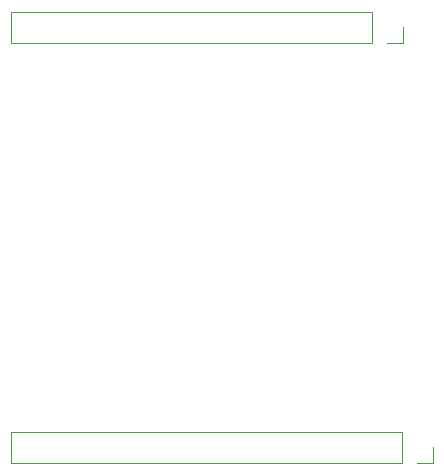
<source format=gbr>
%TF.GenerationSoftware,KiCad,Pcbnew,(5.1.10-1-10_14)*%
%TF.CreationDate,2021-12-17T22:03:29-05:00*%
%TF.ProjectId,Flags Register,466c6167-7320-4526-9567-69737465722e,rev?*%
%TF.SameCoordinates,Original*%
%TF.FileFunction,Legend,Bot*%
%TF.FilePolarity,Positive*%
%FSLAX46Y46*%
G04 Gerber Fmt 4.6, Leading zero omitted, Abs format (unit mm)*
G04 Created by KiCad (PCBNEW (5.1.10-1-10_14)) date 2021-12-17 22:03:29*
%MOMM*%
%LPD*%
G01*
G04 APERTURE LIST*
%ADD10C,0.120000*%
G04 APERTURE END LIST*
D10*
%TO.C,J1*%
X51756000Y-85658000D02*
X51756000Y-82998000D01*
X82296000Y-85658000D02*
X51756000Y-85658000D01*
X82296000Y-82998000D02*
X51756000Y-82998000D01*
X82296000Y-85658000D02*
X82296000Y-82998000D01*
X83566000Y-85658000D02*
X84896000Y-85658000D01*
X84896000Y-85658000D02*
X84896000Y-84328000D01*
%TO.C,J2*%
X87436000Y-121218000D02*
X87436000Y-119888000D01*
X86106000Y-121218000D02*
X87436000Y-121218000D01*
X84836000Y-121218000D02*
X84836000Y-118558000D01*
X84836000Y-118558000D02*
X51756000Y-118558000D01*
X84836000Y-121218000D02*
X51756000Y-121218000D01*
X51756000Y-121218000D02*
X51756000Y-118558000D01*
%TD*%
M02*

</source>
